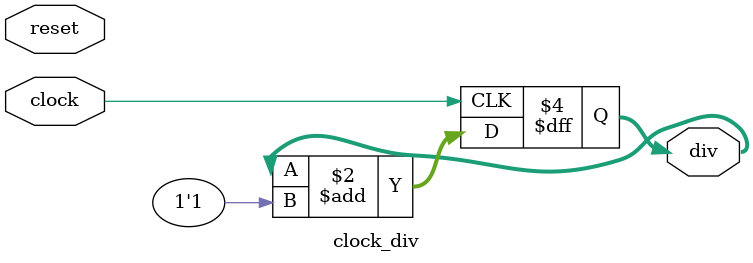
<source format=sv>
/* Simple Clock Divider taken from CSE 369 */
module clock_div(clock, reset, div);

	input logic reset, clock;
	output logic [31:0] div = 0;
	
	always_ff @(posedge clock) begin
		div <= div + 1'b1;
	end
endmodule // clock_div
</source>
